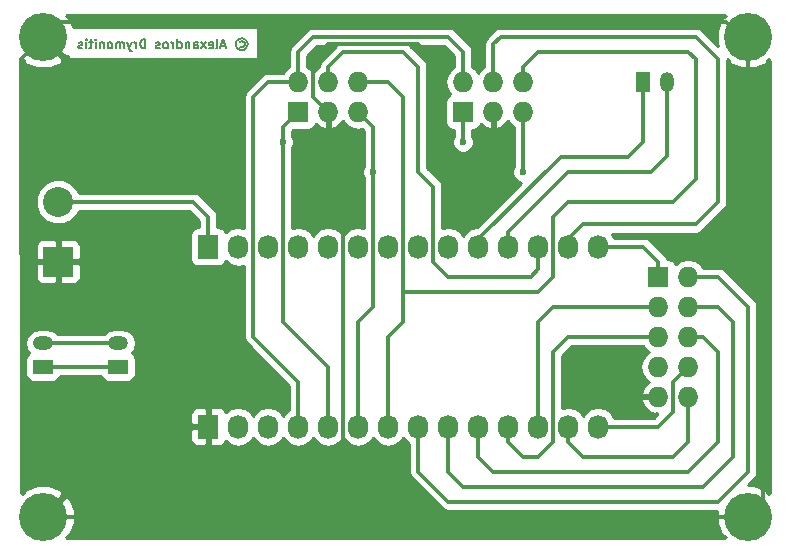
<source format=gbr>
G04 #@! TF.FileFunction,Copper,L2,Bot,Signal*
%FSLAX46Y46*%
G04 Gerber Fmt 4.6, Leading zero omitted, Abs format (unit mm)*
G04 Created by KiCad (PCBNEW 4.0.2+dfsg1-2~bpo8+1-stable) date Sun 16 Jul 2017 12:08:05 PM EEST*
%MOMM*%
G01*
G04 APERTURE LIST*
%ADD10C,0.050000*%
%ADD11C,0.190500*%
%ADD12R,1.727200X1.727200*%
%ADD13O,1.727200X1.727200*%
%ADD14R,1.727200X2.032000*%
%ADD15O,1.727200X2.032000*%
%ADD16R,1.200000X1.700000*%
%ADD17O,1.200000X1.700000*%
%ADD18R,1.700000X1.200000*%
%ADD19O,1.700000X1.200000*%
%ADD20C,4.064000*%
%ADD21R,2.540000X2.540000*%
%ADD22C,2.540000*%
%ADD23C,0.600000*%
%ADD24C,0.300000*%
%ADD25C,0.254000*%
G04 APERTURE END LIST*
D10*
D11*
X115733286Y-91839143D02*
X115805858Y-91802857D01*
X115951001Y-91802857D01*
X116023572Y-91839143D01*
X116096143Y-91911714D01*
X116132429Y-91984286D01*
X116132429Y-92129429D01*
X116096143Y-92202000D01*
X116023572Y-92274571D01*
X115951001Y-92310857D01*
X115805858Y-92310857D01*
X115733286Y-92274571D01*
X115878429Y-91548857D02*
X116059858Y-91585143D01*
X116241286Y-91694000D01*
X116350143Y-91875429D01*
X116386429Y-92056857D01*
X116350143Y-92238286D01*
X116241286Y-92419714D01*
X116059858Y-92528571D01*
X115878429Y-92564857D01*
X115697001Y-92528571D01*
X115515572Y-92419714D01*
X115406715Y-92238286D01*
X115370429Y-92056857D01*
X115406715Y-91875429D01*
X115515572Y-91694000D01*
X115697001Y-91585143D01*
X115878429Y-91548857D01*
X114499572Y-92202000D02*
X114136715Y-92202000D01*
X114572144Y-92419714D02*
X114318144Y-91657714D01*
X114064144Y-92419714D01*
X113701286Y-92419714D02*
X113773858Y-92383429D01*
X113810143Y-92310857D01*
X113810143Y-91657714D01*
X113120715Y-92383429D02*
X113193286Y-92419714D01*
X113338429Y-92419714D01*
X113411000Y-92383429D01*
X113447286Y-92310857D01*
X113447286Y-92020571D01*
X113411000Y-91948000D01*
X113338429Y-91911714D01*
X113193286Y-91911714D01*
X113120715Y-91948000D01*
X113084429Y-92020571D01*
X113084429Y-92093143D01*
X113447286Y-92165714D01*
X112830429Y-92419714D02*
X112431286Y-91911714D01*
X112830429Y-91911714D02*
X112431286Y-92419714D01*
X111814429Y-92419714D02*
X111814429Y-92020571D01*
X111850715Y-91948000D01*
X111923286Y-91911714D01*
X112068429Y-91911714D01*
X112141000Y-91948000D01*
X111814429Y-92383429D02*
X111887000Y-92419714D01*
X112068429Y-92419714D01*
X112141000Y-92383429D01*
X112177286Y-92310857D01*
X112177286Y-92238286D01*
X112141000Y-92165714D01*
X112068429Y-92129429D01*
X111887000Y-92129429D01*
X111814429Y-92093143D01*
X111451571Y-91911714D02*
X111451571Y-92419714D01*
X111451571Y-91984286D02*
X111415286Y-91948000D01*
X111342714Y-91911714D01*
X111233857Y-91911714D01*
X111161286Y-91948000D01*
X111125000Y-92020571D01*
X111125000Y-92419714D01*
X110435571Y-92419714D02*
X110435571Y-91657714D01*
X110435571Y-92383429D02*
X110508142Y-92419714D01*
X110653285Y-92419714D01*
X110725857Y-92383429D01*
X110762142Y-92347143D01*
X110798428Y-92274571D01*
X110798428Y-92056857D01*
X110762142Y-91984286D01*
X110725857Y-91948000D01*
X110653285Y-91911714D01*
X110508142Y-91911714D01*
X110435571Y-91948000D01*
X110072713Y-92419714D02*
X110072713Y-91911714D01*
X110072713Y-92056857D02*
X110036428Y-91984286D01*
X110000142Y-91948000D01*
X109927571Y-91911714D01*
X109854999Y-91911714D01*
X109492142Y-92419714D02*
X109564714Y-92383429D01*
X109600999Y-92347143D01*
X109637285Y-92274571D01*
X109637285Y-92056857D01*
X109600999Y-91984286D01*
X109564714Y-91948000D01*
X109492142Y-91911714D01*
X109383285Y-91911714D01*
X109310714Y-91948000D01*
X109274428Y-91984286D01*
X109238142Y-92056857D01*
X109238142Y-92274571D01*
X109274428Y-92347143D01*
X109310714Y-92383429D01*
X109383285Y-92419714D01*
X109492142Y-92419714D01*
X108947856Y-92383429D02*
X108875285Y-92419714D01*
X108730142Y-92419714D01*
X108657570Y-92383429D01*
X108621285Y-92310857D01*
X108621285Y-92274571D01*
X108657570Y-92202000D01*
X108730142Y-92165714D01*
X108838999Y-92165714D01*
X108911570Y-92129429D01*
X108947856Y-92056857D01*
X108947856Y-92020571D01*
X108911570Y-91948000D01*
X108838999Y-91911714D01*
X108730142Y-91911714D01*
X108657570Y-91948000D01*
X107714142Y-92419714D02*
X107714142Y-91657714D01*
X107532714Y-91657714D01*
X107423857Y-91694000D01*
X107351285Y-91766571D01*
X107315000Y-91839143D01*
X107278714Y-91984286D01*
X107278714Y-92093143D01*
X107315000Y-92238286D01*
X107351285Y-92310857D01*
X107423857Y-92383429D01*
X107532714Y-92419714D01*
X107714142Y-92419714D01*
X106952142Y-92419714D02*
X106952142Y-91911714D01*
X106952142Y-92056857D02*
X106915857Y-91984286D01*
X106879571Y-91948000D01*
X106807000Y-91911714D01*
X106734428Y-91911714D01*
X106553000Y-91911714D02*
X106371571Y-92419714D01*
X106190143Y-91911714D02*
X106371571Y-92419714D01*
X106444143Y-92601143D01*
X106480428Y-92637429D01*
X106553000Y-92673714D01*
X105899857Y-92419714D02*
X105899857Y-91911714D01*
X105899857Y-91984286D02*
X105863572Y-91948000D01*
X105791000Y-91911714D01*
X105682143Y-91911714D01*
X105609572Y-91948000D01*
X105573286Y-92020571D01*
X105573286Y-92419714D01*
X105573286Y-92020571D02*
X105537000Y-91948000D01*
X105464429Y-91911714D01*
X105355572Y-91911714D01*
X105283000Y-91948000D01*
X105246715Y-92020571D01*
X105246715Y-92419714D01*
X104775000Y-92419714D02*
X104847572Y-92383429D01*
X104883857Y-92347143D01*
X104920143Y-92274571D01*
X104920143Y-92056857D01*
X104883857Y-91984286D01*
X104847572Y-91948000D01*
X104775000Y-91911714D01*
X104666143Y-91911714D01*
X104593572Y-91948000D01*
X104557286Y-91984286D01*
X104521000Y-92056857D01*
X104521000Y-92274571D01*
X104557286Y-92347143D01*
X104593572Y-92383429D01*
X104666143Y-92419714D01*
X104775000Y-92419714D01*
X104194428Y-91911714D02*
X104194428Y-92419714D01*
X104194428Y-91984286D02*
X104158143Y-91948000D01*
X104085571Y-91911714D01*
X103976714Y-91911714D01*
X103904143Y-91948000D01*
X103867857Y-92020571D01*
X103867857Y-92419714D01*
X103504999Y-92419714D02*
X103504999Y-91911714D01*
X103504999Y-91657714D02*
X103541285Y-91694000D01*
X103504999Y-91730286D01*
X103468714Y-91694000D01*
X103504999Y-91657714D01*
X103504999Y-91730286D01*
X103251000Y-91911714D02*
X102960714Y-91911714D01*
X103142142Y-91657714D02*
X103142142Y-92310857D01*
X103105857Y-92383429D01*
X103033285Y-92419714D01*
X102960714Y-92419714D01*
X102706713Y-92419714D02*
X102706713Y-91911714D01*
X102706713Y-91657714D02*
X102742999Y-91694000D01*
X102706713Y-91730286D01*
X102670428Y-91694000D01*
X102706713Y-91657714D01*
X102706713Y-91730286D01*
X102380142Y-92383429D02*
X102307571Y-92419714D01*
X102162428Y-92419714D01*
X102089856Y-92383429D01*
X102053571Y-92310857D01*
X102053571Y-92274571D01*
X102089856Y-92202000D01*
X102162428Y-92165714D01*
X102271285Y-92165714D01*
X102343856Y-92129429D01*
X102380142Y-92056857D01*
X102380142Y-92020571D01*
X102343856Y-91948000D01*
X102271285Y-91911714D01*
X102162428Y-91911714D01*
X102089856Y-91948000D01*
D12*
X134620000Y-97790000D03*
D13*
X134620000Y-95250000D03*
X137160000Y-97790000D03*
X137160000Y-95250000D03*
X139700000Y-97790000D03*
X139700000Y-95250000D03*
D12*
X120650000Y-97790000D03*
D13*
X120650000Y-95250000D03*
X123190000Y-97790000D03*
X123190000Y-95250000D03*
X125730000Y-97790000D03*
X125730000Y-95250000D03*
D14*
X113030000Y-124460000D03*
D15*
X115570000Y-124460000D03*
X118110000Y-124460000D03*
X120650000Y-124460000D03*
X123190000Y-124460000D03*
X125730000Y-124460000D03*
X128270000Y-124460000D03*
X130810000Y-124460000D03*
X133350000Y-124460000D03*
X135890000Y-124460000D03*
X138430000Y-124460000D03*
X140970000Y-124460000D03*
X143510000Y-124460000D03*
X146050000Y-124460000D03*
D14*
X113030000Y-109220000D03*
D15*
X115570000Y-109220000D03*
X118110000Y-109220000D03*
X120650000Y-109220000D03*
X123190000Y-109220000D03*
X125730000Y-109220000D03*
X128270000Y-109220000D03*
X130810000Y-109220000D03*
X133350000Y-109220000D03*
X135890000Y-109220000D03*
X138430000Y-109220000D03*
X140970000Y-109220000D03*
X143510000Y-109220000D03*
X146050000Y-109220000D03*
D16*
X149860000Y-95250000D03*
D17*
X151860000Y-95250000D03*
D18*
X99060000Y-119380000D03*
D19*
X99060000Y-117380000D03*
D18*
X105410000Y-119380000D03*
D19*
X105410000Y-117380000D03*
D20*
X158750000Y-91440000D03*
X99060000Y-91440000D03*
X158750000Y-132080000D03*
X99060000Y-132080000D03*
D21*
X100330000Y-110490000D03*
D22*
X100330000Y-105410000D03*
D12*
X151130000Y-111760000D03*
D13*
X153670000Y-111760000D03*
X151130000Y-114300000D03*
X153670000Y-114300000D03*
X151130000Y-116840000D03*
X153670000Y-116840000D03*
X151130000Y-119380000D03*
X153670000Y-119380000D03*
X151130000Y-121920000D03*
X153670000Y-121920000D03*
D23*
X148590000Y-132080000D03*
X148590000Y-121920000D03*
X119380000Y-100330000D03*
X134620000Y-100330000D03*
X127000000Y-102870000D03*
X139700000Y-102870000D03*
D24*
X100330000Y-110490000D02*
X106680000Y-110490000D01*
X106680000Y-110490000D02*
X113030000Y-116840000D01*
X113030000Y-116840000D02*
X113030000Y-124460000D01*
X100330000Y-110490000D02*
X98425000Y-110490000D01*
X158750000Y-91440000D02*
X158750000Y-108585000D01*
X160020000Y-109855000D02*
X160020000Y-130810000D01*
X160020000Y-130810000D02*
X158750000Y-132080000D01*
X137160000Y-97790000D02*
X137160000Y-100330000D01*
X121920000Y-96520000D02*
X123190000Y-97790000D01*
X121920000Y-93345000D02*
X121920000Y-96520000D01*
X123190000Y-92075000D02*
X121920000Y-93345000D01*
X130810000Y-92075000D02*
X123190000Y-92075000D01*
X132080000Y-93345000D02*
X130810000Y-92075000D01*
X132080000Y-100330000D02*
X132080000Y-93345000D01*
X133350000Y-101600000D02*
X132080000Y-100330000D01*
X135890000Y-101600000D02*
X133350000Y-101600000D01*
X137160000Y-100330000D02*
X135890000Y-101600000D01*
X123190000Y-97790000D02*
X123190000Y-102235000D01*
X124460000Y-103505000D02*
X124460000Y-132080000D01*
X123190000Y-102235000D02*
X124460000Y-103505000D01*
X99060000Y-91440000D02*
X100330000Y-90170000D01*
X100330000Y-90170000D02*
X156845000Y-90170000D01*
X156845000Y-90170000D02*
X158115000Y-91440000D01*
X158115000Y-91440000D02*
X158750000Y-91440000D01*
X99060000Y-110490000D02*
X98425000Y-110490000D01*
X98425000Y-110490000D02*
X97790000Y-110490000D01*
X97155000Y-93345000D02*
X99060000Y-91440000D01*
X97155000Y-109855000D02*
X97155000Y-93345000D01*
X97790000Y-110490000D02*
X97155000Y-109855000D01*
X158750000Y-132080000D02*
X148590000Y-132080000D01*
X99060000Y-132080000D02*
X113030000Y-132080000D01*
X151130000Y-121920000D02*
X148590000Y-121920000D01*
X113030000Y-132080000D02*
X113030000Y-124460000D01*
X148590000Y-132080000D02*
X124460000Y-132080000D01*
X124460000Y-132080000D02*
X113030000Y-132080000D01*
X158750000Y-108585000D02*
X160020000Y-109855000D01*
X151130000Y-111760000D02*
X151130000Y-110490000D01*
X149860000Y-109220000D02*
X146050000Y-109220000D01*
X151130000Y-110490000D02*
X149860000Y-109220000D01*
X130810000Y-128270000D02*
X130810000Y-124460000D01*
X133350000Y-130810000D02*
X130810000Y-128270000D01*
X156210000Y-130810000D02*
X133350000Y-130810000D01*
X158750000Y-128270000D02*
X156210000Y-130810000D01*
X158750000Y-114300000D02*
X158750000Y-128270000D01*
X153670000Y-111760000D02*
X156210000Y-111760000D01*
X156210000Y-111760000D02*
X158750000Y-114300000D01*
X151130000Y-114300000D02*
X142240000Y-114300000D01*
X142240000Y-114300000D02*
X140970000Y-115570000D01*
X140970000Y-115570000D02*
X140970000Y-124460000D01*
X153670000Y-114300000D02*
X156210000Y-114300000D01*
X133350000Y-128270000D02*
X133350000Y-124460000D01*
X134620000Y-129540000D02*
X133350000Y-128270000D01*
X154940000Y-129540000D02*
X134620000Y-129540000D01*
X157480000Y-127000000D02*
X154940000Y-129540000D01*
X157480000Y-115570000D02*
X157480000Y-127000000D01*
X156210000Y-114300000D02*
X157480000Y-115570000D01*
X151130000Y-116840000D02*
X143510000Y-116840000D01*
X138430000Y-125730000D02*
X138430000Y-124460000D01*
X139700000Y-127000000D02*
X138430000Y-125730000D01*
X140970000Y-127000000D02*
X139700000Y-127000000D01*
X142240000Y-125730000D02*
X140970000Y-127000000D01*
X142240000Y-118110000D02*
X142240000Y-125730000D01*
X143510000Y-116840000D02*
X142240000Y-118110000D01*
X153670000Y-116840000D02*
X154940000Y-116840000D01*
X135890000Y-127000000D02*
X135890000Y-124460000D01*
X137160000Y-128270000D02*
X135890000Y-127000000D01*
X153670000Y-128270000D02*
X137160000Y-128270000D01*
X156210000Y-125730000D02*
X153670000Y-128270000D01*
X156210000Y-118110000D02*
X156210000Y-125730000D01*
X154940000Y-116840000D02*
X156210000Y-118110000D01*
X153670000Y-119380000D02*
X152400000Y-120650000D01*
X151130000Y-124460000D02*
X146050000Y-124460000D01*
X152400000Y-123190000D02*
X151130000Y-124460000D01*
X152400000Y-120650000D02*
X152400000Y-123190000D01*
X153670000Y-121920000D02*
X153670000Y-125730000D01*
X143510000Y-125730000D02*
X143510000Y-124460000D01*
X144780000Y-127000000D02*
X143510000Y-125730000D01*
X152400000Y-127000000D02*
X144780000Y-127000000D01*
X153670000Y-125730000D02*
X152400000Y-127000000D01*
X134620000Y-97790000D02*
X134620000Y-100330000D01*
X119380000Y-100330000D02*
X119380000Y-99060000D01*
X119380000Y-99060000D02*
X120650000Y-97790000D01*
X123190000Y-124460000D02*
X123190000Y-119380000D01*
X119380000Y-99060000D02*
X120650000Y-97790000D01*
X119380000Y-115570000D02*
X119380000Y-99060000D01*
X123190000Y-119380000D02*
X119380000Y-115570000D01*
X120650000Y-95250000D02*
X120650000Y-92710000D01*
X134620000Y-92710000D02*
X134620000Y-95250000D01*
X133350000Y-91440000D02*
X134620000Y-92710000D01*
X121920000Y-91440000D02*
X133350000Y-91440000D01*
X120650000Y-92710000D02*
X121920000Y-91440000D01*
X120650000Y-124460000D02*
X120650000Y-120650000D01*
X118110000Y-95250000D02*
X120650000Y-95250000D01*
X116840000Y-96520000D02*
X118110000Y-95250000D01*
X116840000Y-116840000D02*
X116840000Y-96520000D01*
X120650000Y-120650000D02*
X116840000Y-116840000D01*
X156210000Y-105410000D02*
X156210000Y-93345000D01*
X137160000Y-95250000D02*
X137160000Y-92075000D01*
X137795000Y-91440000D02*
X137160000Y-92075000D01*
X154305000Y-107315000D02*
X156210000Y-105410000D01*
X144780000Y-107315000D02*
X154305000Y-107315000D01*
X144780000Y-107315000D02*
X143510000Y-108585000D01*
X154305000Y-91440000D02*
X137795000Y-91440000D01*
X156210000Y-93345000D02*
X154305000Y-91440000D01*
X143510000Y-109220000D02*
X143510000Y-108585000D01*
X139700000Y-97790000D02*
X139700000Y-102870000D01*
X127000000Y-102870000D02*
X127000000Y-114300000D01*
X127000000Y-114300000D02*
X125730000Y-115570000D01*
X125730000Y-115570000D02*
X125730000Y-124460000D01*
X125730000Y-124460000D02*
X125730000Y-115570000D01*
X127000000Y-99060000D02*
X125730000Y-97790000D01*
X127000000Y-114300000D02*
X127000000Y-99060000D01*
X125730000Y-115570000D02*
X127000000Y-114300000D01*
X139700000Y-95250000D02*
X139700000Y-93980000D01*
X142240000Y-111760000D02*
X140970000Y-113030000D01*
X140970000Y-113030000D02*
X129540000Y-113030000D01*
X129540000Y-113030000D02*
X129540000Y-115570000D01*
X142240000Y-106680000D02*
X142240000Y-111760000D01*
X143510000Y-105410000D02*
X142240000Y-106680000D01*
X152400000Y-105410000D02*
X143510000Y-105410000D01*
X154305000Y-103505000D02*
X152400000Y-105410000D01*
X154305000Y-93345000D02*
X154305000Y-103505000D01*
X153670000Y-92710000D02*
X154305000Y-93345000D01*
X140970000Y-92710000D02*
X153670000Y-92710000D01*
X139700000Y-93980000D02*
X140970000Y-92710000D01*
X129540000Y-115570000D02*
X128270000Y-116840000D01*
X128270000Y-116840000D02*
X128270000Y-124460000D01*
X128270000Y-124460000D02*
X128270000Y-116840000D01*
X128270000Y-95250000D02*
X125730000Y-95250000D01*
X129540000Y-96520000D02*
X128270000Y-95250000D01*
X129540000Y-115570000D02*
X129540000Y-96520000D01*
X128270000Y-116840000D02*
X129540000Y-115570000D01*
X140335000Y-111760000D02*
X140970000Y-111125000D01*
X133350000Y-111760000D02*
X140335000Y-111760000D01*
X132080000Y-110490000D02*
X133350000Y-111760000D01*
X132080000Y-104140000D02*
X132080000Y-110490000D01*
X123190000Y-93980000D02*
X124460000Y-92710000D01*
X124460000Y-92710000D02*
X129540000Y-92710000D01*
X129540000Y-92710000D02*
X130810000Y-93980000D01*
X130810000Y-93980000D02*
X130810000Y-102870000D01*
X130810000Y-102870000D02*
X132080000Y-104140000D01*
X123190000Y-95250000D02*
X123190000Y-93980000D01*
X140970000Y-111125000D02*
X140970000Y-109220000D01*
X100330000Y-105410000D02*
X111760000Y-105410000D01*
X113030000Y-106680000D02*
X113030000Y-109220000D01*
X111760000Y-105410000D02*
X113030000Y-106680000D01*
X142875000Y-101600000D02*
X148590000Y-101600000D01*
X148590000Y-101600000D02*
X149860000Y-100330000D01*
X135890000Y-109220000D02*
X135890000Y-108585000D01*
X135890000Y-108585000D02*
X142875000Y-101600000D01*
X149860000Y-100330000D02*
X149860000Y-95250000D01*
X151860000Y-101505000D02*
X151860000Y-95250000D01*
X150495000Y-102870000D02*
X151860000Y-101505000D01*
X143510000Y-102870000D02*
X150495000Y-102870000D01*
X138430000Y-109220000D02*
X138430000Y-107950000D01*
X138430000Y-107950000D02*
X143510000Y-102870000D01*
X99060000Y-119380000D02*
X105410000Y-119380000D01*
X99060000Y-117380000D02*
X105410000Y-117380000D01*
D25*
G36*
X156851877Y-89721485D02*
X156477832Y-89946154D01*
X156079120Y-90929388D01*
X156087025Y-91990357D01*
X156172946Y-92197788D01*
X154860079Y-90884921D01*
X154605407Y-90714755D01*
X154305000Y-90655000D01*
X137795005Y-90655000D01*
X137795000Y-90654999D01*
X137494594Y-90714755D01*
X137239921Y-90884921D01*
X136604921Y-91519921D01*
X136434755Y-91774593D01*
X136392951Y-91984755D01*
X136375000Y-92075000D01*
X136375000Y-93977442D01*
X136100330Y-94160971D01*
X135890000Y-94475752D01*
X135679670Y-94160971D01*
X135405000Y-93977442D01*
X135405000Y-92710000D01*
X135345245Y-92409594D01*
X135345245Y-92409593D01*
X135175079Y-92154921D01*
X133905079Y-90884921D01*
X133650407Y-90714755D01*
X133350000Y-90655000D01*
X121920000Y-90655000D01*
X121619593Y-90714755D01*
X121364921Y-90884921D01*
X120094921Y-92154921D01*
X119924755Y-92409593D01*
X119924755Y-92409594D01*
X119865000Y-92710000D01*
X119865000Y-93977442D01*
X119590330Y-94160971D01*
X119387184Y-94465000D01*
X118110000Y-94465000D01*
X117809593Y-94524755D01*
X117554921Y-94694921D01*
X116284921Y-95964921D01*
X116114755Y-96219593D01*
X116114755Y-96219594D01*
X116055000Y-96520000D01*
X116055000Y-107633127D01*
X115570000Y-107536655D01*
X114996511Y-107650729D01*
X114510330Y-107975585D01*
X114500757Y-107989913D01*
X114496762Y-107968683D01*
X114357690Y-107752559D01*
X114145490Y-107607569D01*
X113893600Y-107556560D01*
X113815000Y-107556560D01*
X113815000Y-106680000D01*
X113755245Y-106379594D01*
X113755245Y-106379593D01*
X113585079Y-106124921D01*
X112315079Y-104854921D01*
X112060407Y-104684755D01*
X111760000Y-104625000D01*
X102066857Y-104625000D01*
X101945922Y-104332314D01*
X101410505Y-103795961D01*
X100710590Y-103505332D01*
X99952735Y-103504670D01*
X99252314Y-103794078D01*
X98715961Y-104329495D01*
X98425332Y-105029410D01*
X98424670Y-105787265D01*
X98714078Y-106487686D01*
X99249495Y-107024039D01*
X99949410Y-107314668D01*
X100707265Y-107315330D01*
X101407686Y-107025922D01*
X101944039Y-106490505D01*
X102066743Y-106195000D01*
X111434842Y-106195000D01*
X112245000Y-107005158D01*
X112245000Y-107556560D01*
X112166400Y-107556560D01*
X111931083Y-107600838D01*
X111714959Y-107739910D01*
X111569969Y-107952110D01*
X111518960Y-108204000D01*
X111518960Y-110236000D01*
X111563238Y-110471317D01*
X111702310Y-110687441D01*
X111914510Y-110832431D01*
X112166400Y-110883440D01*
X113893600Y-110883440D01*
X114128917Y-110839162D01*
X114345041Y-110700090D01*
X114490031Y-110487890D01*
X114498400Y-110446561D01*
X114510330Y-110464415D01*
X114996511Y-110789271D01*
X115570000Y-110903345D01*
X116055000Y-110806873D01*
X116055000Y-116840000D01*
X116114755Y-117140407D01*
X116284921Y-117395079D01*
X119865000Y-120975158D01*
X119865000Y-123032056D01*
X119590330Y-123215585D01*
X119380000Y-123530366D01*
X119169670Y-123215585D01*
X118683489Y-122890729D01*
X118110000Y-122776655D01*
X117536511Y-122890729D01*
X117050330Y-123215585D01*
X116840000Y-123530366D01*
X116629670Y-123215585D01*
X116143489Y-122890729D01*
X115570000Y-122776655D01*
X114996511Y-122890729D01*
X114510330Y-123215585D01*
X114495500Y-123237780D01*
X114431927Y-123084302D01*
X114253299Y-122905673D01*
X114019910Y-122809000D01*
X113315750Y-122809000D01*
X113157000Y-122967750D01*
X113157000Y-124333000D01*
X113177000Y-124333000D01*
X113177000Y-124587000D01*
X113157000Y-124587000D01*
X113157000Y-125952250D01*
X113315750Y-126111000D01*
X114019910Y-126111000D01*
X114253299Y-126014327D01*
X114431927Y-125835698D01*
X114495500Y-125682220D01*
X114510330Y-125704415D01*
X114996511Y-126029271D01*
X115570000Y-126143345D01*
X116143489Y-126029271D01*
X116629670Y-125704415D01*
X116840000Y-125389634D01*
X117050330Y-125704415D01*
X117536511Y-126029271D01*
X118110000Y-126143345D01*
X118683489Y-126029271D01*
X119169670Y-125704415D01*
X119380000Y-125389634D01*
X119590330Y-125704415D01*
X120076511Y-126029271D01*
X120650000Y-126143345D01*
X121223489Y-126029271D01*
X121709670Y-125704415D01*
X121920000Y-125389634D01*
X122130330Y-125704415D01*
X122616511Y-126029271D01*
X123190000Y-126143345D01*
X123763489Y-126029271D01*
X124249670Y-125704415D01*
X124460000Y-125389634D01*
X124670330Y-125704415D01*
X125156511Y-126029271D01*
X125730000Y-126143345D01*
X126303489Y-126029271D01*
X126789670Y-125704415D01*
X127000000Y-125389634D01*
X127210330Y-125704415D01*
X127696511Y-126029271D01*
X128270000Y-126143345D01*
X128843489Y-126029271D01*
X129329670Y-125704415D01*
X129540000Y-125389634D01*
X129750330Y-125704415D01*
X130025000Y-125887944D01*
X130025000Y-128270000D01*
X130084755Y-128570407D01*
X130254921Y-128825079D01*
X132794921Y-131365079D01*
X133049594Y-131535245D01*
X133350000Y-131595000D01*
X156079311Y-131595000D01*
X156087025Y-132630357D01*
X156477832Y-133573846D01*
X156851877Y-133798515D01*
X156740392Y-133910000D01*
X101069608Y-133910000D01*
X100958123Y-133798515D01*
X101332168Y-133573846D01*
X101730880Y-132590612D01*
X101722975Y-131529643D01*
X101332168Y-130586154D01*
X100958121Y-130361484D01*
X99239605Y-132080000D01*
X99253748Y-132094143D01*
X99074143Y-132273748D01*
X99060000Y-132259605D01*
X99045858Y-132273748D01*
X98866253Y-132094143D01*
X98880395Y-132080000D01*
X98866253Y-132065858D01*
X99045858Y-131886253D01*
X99060000Y-131900395D01*
X100778516Y-130181879D01*
X100553846Y-129807832D01*
X99570612Y-129409120D01*
X98509643Y-129417025D01*
X97566154Y-129807832D01*
X97341485Y-130181877D01*
X97230000Y-130070392D01*
X97230000Y-124745750D01*
X111531400Y-124745750D01*
X111531400Y-125602309D01*
X111628073Y-125835698D01*
X111806701Y-126014327D01*
X112040090Y-126111000D01*
X112744250Y-126111000D01*
X112903000Y-125952250D01*
X112903000Y-124587000D01*
X111690150Y-124587000D01*
X111531400Y-124745750D01*
X97230000Y-124745750D01*
X97230000Y-123317691D01*
X111531400Y-123317691D01*
X111531400Y-124174250D01*
X111690150Y-124333000D01*
X112903000Y-124333000D01*
X112903000Y-122967750D01*
X112744250Y-122809000D01*
X112040090Y-122809000D01*
X111806701Y-122905673D01*
X111628073Y-123084302D01*
X111531400Y-123317691D01*
X97230000Y-123317691D01*
X97230000Y-117380000D01*
X97545907Y-117380000D01*
X97639916Y-117852614D01*
X97892074Y-118229996D01*
X97758559Y-118315910D01*
X97613569Y-118528110D01*
X97562560Y-118780000D01*
X97562560Y-119980000D01*
X97606838Y-120215317D01*
X97745910Y-120431441D01*
X97958110Y-120576431D01*
X98210000Y-120627440D01*
X99910000Y-120627440D01*
X100145317Y-120583162D01*
X100361441Y-120444090D01*
X100506431Y-120231890D01*
X100519977Y-120165000D01*
X103947370Y-120165000D01*
X103956838Y-120215317D01*
X104095910Y-120431441D01*
X104308110Y-120576431D01*
X104560000Y-120627440D01*
X106260000Y-120627440D01*
X106495317Y-120583162D01*
X106711441Y-120444090D01*
X106856431Y-120231890D01*
X106907440Y-119980000D01*
X106907440Y-118780000D01*
X106863162Y-118544683D01*
X106724090Y-118328559D01*
X106578525Y-118229099D01*
X106830084Y-117852614D01*
X106924093Y-117380000D01*
X106830084Y-116907386D01*
X106562370Y-116506723D01*
X106161707Y-116239009D01*
X105689093Y-116145000D01*
X105130907Y-116145000D01*
X104658293Y-116239009D01*
X104257630Y-116506723D01*
X104198645Y-116595000D01*
X100271355Y-116595000D01*
X100212370Y-116506723D01*
X99811707Y-116239009D01*
X99339093Y-116145000D01*
X98780907Y-116145000D01*
X98308293Y-116239009D01*
X97907630Y-116506723D01*
X97639916Y-116907386D01*
X97545907Y-117380000D01*
X97230000Y-117380000D01*
X97230000Y-110775750D01*
X98425000Y-110775750D01*
X98425000Y-111886309D01*
X98521673Y-112119698D01*
X98700301Y-112298327D01*
X98933690Y-112395000D01*
X100044250Y-112395000D01*
X100203000Y-112236250D01*
X100203000Y-110617000D01*
X100457000Y-110617000D01*
X100457000Y-112236250D01*
X100615750Y-112395000D01*
X101726310Y-112395000D01*
X101959699Y-112298327D01*
X102138327Y-112119698D01*
X102235000Y-111886309D01*
X102235000Y-110775750D01*
X102076250Y-110617000D01*
X100457000Y-110617000D01*
X100203000Y-110617000D01*
X98583750Y-110617000D01*
X98425000Y-110775750D01*
X97230000Y-110775750D01*
X97230000Y-109093691D01*
X98425000Y-109093691D01*
X98425000Y-110204250D01*
X98583750Y-110363000D01*
X100203000Y-110363000D01*
X100203000Y-108743750D01*
X100457000Y-108743750D01*
X100457000Y-110363000D01*
X102076250Y-110363000D01*
X102235000Y-110204250D01*
X102235000Y-109093691D01*
X102138327Y-108860302D01*
X101959699Y-108681673D01*
X101726310Y-108585000D01*
X100615750Y-108585000D01*
X100457000Y-108743750D01*
X100203000Y-108743750D01*
X100044250Y-108585000D01*
X98933690Y-108585000D01*
X98700301Y-108681673D01*
X98521673Y-108860302D01*
X98425000Y-109093691D01*
X97230000Y-109093691D01*
X97230000Y-93449608D01*
X97341485Y-93338123D01*
X97566154Y-93712168D01*
X98549388Y-94110880D01*
X99610357Y-94102975D01*
X100553846Y-93712168D01*
X100778516Y-93338121D01*
X99060000Y-91619605D01*
X99045858Y-91633748D01*
X98866253Y-91454143D01*
X98880395Y-91440000D01*
X98866253Y-91425858D01*
X99045858Y-91246253D01*
X99060000Y-91260395D01*
X99074143Y-91246253D01*
X99253748Y-91425858D01*
X99239605Y-91440000D01*
X100958121Y-93158516D01*
X101178178Y-93026340D01*
X101178178Y-93338650D01*
X117261822Y-93338650D01*
X117261822Y-90620850D01*
X101611637Y-90620850D01*
X101332168Y-89946154D01*
X100958123Y-89721485D01*
X101069608Y-89610000D01*
X156740392Y-89610000D01*
X156851877Y-89721485D01*
X156851877Y-89721485D01*
G37*
X156851877Y-89721485D02*
X156477832Y-89946154D01*
X156079120Y-90929388D01*
X156087025Y-91990357D01*
X156172946Y-92197788D01*
X154860079Y-90884921D01*
X154605407Y-90714755D01*
X154305000Y-90655000D01*
X137795005Y-90655000D01*
X137795000Y-90654999D01*
X137494594Y-90714755D01*
X137239921Y-90884921D01*
X136604921Y-91519921D01*
X136434755Y-91774593D01*
X136392951Y-91984755D01*
X136375000Y-92075000D01*
X136375000Y-93977442D01*
X136100330Y-94160971D01*
X135890000Y-94475752D01*
X135679670Y-94160971D01*
X135405000Y-93977442D01*
X135405000Y-92710000D01*
X135345245Y-92409594D01*
X135345245Y-92409593D01*
X135175079Y-92154921D01*
X133905079Y-90884921D01*
X133650407Y-90714755D01*
X133350000Y-90655000D01*
X121920000Y-90655000D01*
X121619593Y-90714755D01*
X121364921Y-90884921D01*
X120094921Y-92154921D01*
X119924755Y-92409593D01*
X119924755Y-92409594D01*
X119865000Y-92710000D01*
X119865000Y-93977442D01*
X119590330Y-94160971D01*
X119387184Y-94465000D01*
X118110000Y-94465000D01*
X117809593Y-94524755D01*
X117554921Y-94694921D01*
X116284921Y-95964921D01*
X116114755Y-96219593D01*
X116114755Y-96219594D01*
X116055000Y-96520000D01*
X116055000Y-107633127D01*
X115570000Y-107536655D01*
X114996511Y-107650729D01*
X114510330Y-107975585D01*
X114500757Y-107989913D01*
X114496762Y-107968683D01*
X114357690Y-107752559D01*
X114145490Y-107607569D01*
X113893600Y-107556560D01*
X113815000Y-107556560D01*
X113815000Y-106680000D01*
X113755245Y-106379594D01*
X113755245Y-106379593D01*
X113585079Y-106124921D01*
X112315079Y-104854921D01*
X112060407Y-104684755D01*
X111760000Y-104625000D01*
X102066857Y-104625000D01*
X101945922Y-104332314D01*
X101410505Y-103795961D01*
X100710590Y-103505332D01*
X99952735Y-103504670D01*
X99252314Y-103794078D01*
X98715961Y-104329495D01*
X98425332Y-105029410D01*
X98424670Y-105787265D01*
X98714078Y-106487686D01*
X99249495Y-107024039D01*
X99949410Y-107314668D01*
X100707265Y-107315330D01*
X101407686Y-107025922D01*
X101944039Y-106490505D01*
X102066743Y-106195000D01*
X111434842Y-106195000D01*
X112245000Y-107005158D01*
X112245000Y-107556560D01*
X112166400Y-107556560D01*
X111931083Y-107600838D01*
X111714959Y-107739910D01*
X111569969Y-107952110D01*
X111518960Y-108204000D01*
X111518960Y-110236000D01*
X111563238Y-110471317D01*
X111702310Y-110687441D01*
X111914510Y-110832431D01*
X112166400Y-110883440D01*
X113893600Y-110883440D01*
X114128917Y-110839162D01*
X114345041Y-110700090D01*
X114490031Y-110487890D01*
X114498400Y-110446561D01*
X114510330Y-110464415D01*
X114996511Y-110789271D01*
X115570000Y-110903345D01*
X116055000Y-110806873D01*
X116055000Y-116840000D01*
X116114755Y-117140407D01*
X116284921Y-117395079D01*
X119865000Y-120975158D01*
X119865000Y-123032056D01*
X119590330Y-123215585D01*
X119380000Y-123530366D01*
X119169670Y-123215585D01*
X118683489Y-122890729D01*
X118110000Y-122776655D01*
X117536511Y-122890729D01*
X117050330Y-123215585D01*
X116840000Y-123530366D01*
X116629670Y-123215585D01*
X116143489Y-122890729D01*
X115570000Y-122776655D01*
X114996511Y-122890729D01*
X114510330Y-123215585D01*
X114495500Y-123237780D01*
X114431927Y-123084302D01*
X114253299Y-122905673D01*
X114019910Y-122809000D01*
X113315750Y-122809000D01*
X113157000Y-122967750D01*
X113157000Y-124333000D01*
X113177000Y-124333000D01*
X113177000Y-124587000D01*
X113157000Y-124587000D01*
X113157000Y-125952250D01*
X113315750Y-126111000D01*
X114019910Y-126111000D01*
X114253299Y-126014327D01*
X114431927Y-125835698D01*
X114495500Y-125682220D01*
X114510330Y-125704415D01*
X114996511Y-126029271D01*
X115570000Y-126143345D01*
X116143489Y-126029271D01*
X116629670Y-125704415D01*
X116840000Y-125389634D01*
X117050330Y-125704415D01*
X117536511Y-126029271D01*
X118110000Y-126143345D01*
X118683489Y-126029271D01*
X119169670Y-125704415D01*
X119380000Y-125389634D01*
X119590330Y-125704415D01*
X120076511Y-126029271D01*
X120650000Y-126143345D01*
X121223489Y-126029271D01*
X121709670Y-125704415D01*
X121920000Y-125389634D01*
X122130330Y-125704415D01*
X122616511Y-126029271D01*
X123190000Y-126143345D01*
X123763489Y-126029271D01*
X124249670Y-125704415D01*
X124460000Y-125389634D01*
X124670330Y-125704415D01*
X125156511Y-126029271D01*
X125730000Y-126143345D01*
X126303489Y-126029271D01*
X126789670Y-125704415D01*
X127000000Y-125389634D01*
X127210330Y-125704415D01*
X127696511Y-126029271D01*
X128270000Y-126143345D01*
X128843489Y-126029271D01*
X129329670Y-125704415D01*
X129540000Y-125389634D01*
X129750330Y-125704415D01*
X130025000Y-125887944D01*
X130025000Y-128270000D01*
X130084755Y-128570407D01*
X130254921Y-128825079D01*
X132794921Y-131365079D01*
X133049594Y-131535245D01*
X133350000Y-131595000D01*
X156079311Y-131595000D01*
X156087025Y-132630357D01*
X156477832Y-133573846D01*
X156851877Y-133798515D01*
X156740392Y-133910000D01*
X101069608Y-133910000D01*
X100958123Y-133798515D01*
X101332168Y-133573846D01*
X101730880Y-132590612D01*
X101722975Y-131529643D01*
X101332168Y-130586154D01*
X100958121Y-130361484D01*
X99239605Y-132080000D01*
X99253748Y-132094143D01*
X99074143Y-132273748D01*
X99060000Y-132259605D01*
X99045858Y-132273748D01*
X98866253Y-132094143D01*
X98880395Y-132080000D01*
X98866253Y-132065858D01*
X99045858Y-131886253D01*
X99060000Y-131900395D01*
X100778516Y-130181879D01*
X100553846Y-129807832D01*
X99570612Y-129409120D01*
X98509643Y-129417025D01*
X97566154Y-129807832D01*
X97341485Y-130181877D01*
X97230000Y-130070392D01*
X97230000Y-124745750D01*
X111531400Y-124745750D01*
X111531400Y-125602309D01*
X111628073Y-125835698D01*
X111806701Y-126014327D01*
X112040090Y-126111000D01*
X112744250Y-126111000D01*
X112903000Y-125952250D01*
X112903000Y-124587000D01*
X111690150Y-124587000D01*
X111531400Y-124745750D01*
X97230000Y-124745750D01*
X97230000Y-123317691D01*
X111531400Y-123317691D01*
X111531400Y-124174250D01*
X111690150Y-124333000D01*
X112903000Y-124333000D01*
X112903000Y-122967750D01*
X112744250Y-122809000D01*
X112040090Y-122809000D01*
X111806701Y-122905673D01*
X111628073Y-123084302D01*
X111531400Y-123317691D01*
X97230000Y-123317691D01*
X97230000Y-117380000D01*
X97545907Y-117380000D01*
X97639916Y-117852614D01*
X97892074Y-118229996D01*
X97758559Y-118315910D01*
X97613569Y-118528110D01*
X97562560Y-118780000D01*
X97562560Y-119980000D01*
X97606838Y-120215317D01*
X97745910Y-120431441D01*
X97958110Y-120576431D01*
X98210000Y-120627440D01*
X99910000Y-120627440D01*
X100145317Y-120583162D01*
X100361441Y-120444090D01*
X100506431Y-120231890D01*
X100519977Y-120165000D01*
X103947370Y-120165000D01*
X103956838Y-120215317D01*
X104095910Y-120431441D01*
X104308110Y-120576431D01*
X104560000Y-120627440D01*
X106260000Y-120627440D01*
X106495317Y-120583162D01*
X106711441Y-120444090D01*
X106856431Y-120231890D01*
X106907440Y-119980000D01*
X106907440Y-118780000D01*
X106863162Y-118544683D01*
X106724090Y-118328559D01*
X106578525Y-118229099D01*
X106830084Y-117852614D01*
X106924093Y-117380000D01*
X106830084Y-116907386D01*
X106562370Y-116506723D01*
X106161707Y-116239009D01*
X105689093Y-116145000D01*
X105130907Y-116145000D01*
X104658293Y-116239009D01*
X104257630Y-116506723D01*
X104198645Y-116595000D01*
X100271355Y-116595000D01*
X100212370Y-116506723D01*
X99811707Y-116239009D01*
X99339093Y-116145000D01*
X98780907Y-116145000D01*
X98308293Y-116239009D01*
X97907630Y-116506723D01*
X97639916Y-116907386D01*
X97545907Y-117380000D01*
X97230000Y-117380000D01*
X97230000Y-110775750D01*
X98425000Y-110775750D01*
X98425000Y-111886309D01*
X98521673Y-112119698D01*
X98700301Y-112298327D01*
X98933690Y-112395000D01*
X100044250Y-112395000D01*
X100203000Y-112236250D01*
X100203000Y-110617000D01*
X100457000Y-110617000D01*
X100457000Y-112236250D01*
X100615750Y-112395000D01*
X101726310Y-112395000D01*
X101959699Y-112298327D01*
X102138327Y-112119698D01*
X102235000Y-111886309D01*
X102235000Y-110775750D01*
X102076250Y-110617000D01*
X100457000Y-110617000D01*
X100203000Y-110617000D01*
X98583750Y-110617000D01*
X98425000Y-110775750D01*
X97230000Y-110775750D01*
X97230000Y-109093691D01*
X98425000Y-109093691D01*
X98425000Y-110204250D01*
X98583750Y-110363000D01*
X100203000Y-110363000D01*
X100203000Y-108743750D01*
X100457000Y-108743750D01*
X100457000Y-110363000D01*
X102076250Y-110363000D01*
X102235000Y-110204250D01*
X102235000Y-109093691D01*
X102138327Y-108860302D01*
X101959699Y-108681673D01*
X101726310Y-108585000D01*
X100615750Y-108585000D01*
X100457000Y-108743750D01*
X100203000Y-108743750D01*
X100044250Y-108585000D01*
X98933690Y-108585000D01*
X98700301Y-108681673D01*
X98521673Y-108860302D01*
X98425000Y-109093691D01*
X97230000Y-109093691D01*
X97230000Y-93449608D01*
X97341485Y-93338123D01*
X97566154Y-93712168D01*
X98549388Y-94110880D01*
X99610357Y-94102975D01*
X100553846Y-93712168D01*
X100778516Y-93338121D01*
X99060000Y-91619605D01*
X99045858Y-91633748D01*
X98866253Y-91454143D01*
X98880395Y-91440000D01*
X98866253Y-91425858D01*
X99045858Y-91246253D01*
X99060000Y-91260395D01*
X99074143Y-91246253D01*
X99253748Y-91425858D01*
X99239605Y-91440000D01*
X100958121Y-93158516D01*
X101178178Y-93026340D01*
X101178178Y-93338650D01*
X117261822Y-93338650D01*
X117261822Y-90620850D01*
X101611637Y-90620850D01*
X101332168Y-89946154D01*
X100958123Y-89721485D01*
X101069608Y-89610000D01*
X156740392Y-89610000D01*
X156851877Y-89721485D01*
G36*
X158943748Y-132065858D02*
X158929605Y-132080000D01*
X158943748Y-132094143D01*
X158764143Y-132273748D01*
X158750000Y-132259605D01*
X158735858Y-132273748D01*
X158556253Y-132094143D01*
X158570395Y-132080000D01*
X158556253Y-132065858D01*
X158735858Y-131886253D01*
X158750000Y-131900395D01*
X158764143Y-131886253D01*
X158943748Y-132065858D01*
X158943748Y-132065858D01*
G37*
X158943748Y-132065858D02*
X158929605Y-132080000D01*
X158943748Y-132094143D01*
X158764143Y-132273748D01*
X158750000Y-132259605D01*
X158735858Y-132273748D01*
X158556253Y-132094143D01*
X158570395Y-132080000D01*
X158556253Y-132065858D01*
X158735858Y-131886253D01*
X158750000Y-131900395D01*
X158764143Y-131886253D01*
X158943748Y-132065858D01*
G36*
X160580000Y-93449608D02*
X160580000Y-130070392D01*
X160468515Y-130181877D01*
X160243846Y-129807832D01*
X159260612Y-129409120D01*
X158716988Y-129413170D01*
X159305079Y-128825079D01*
X159475244Y-128570407D01*
X159475245Y-128570406D01*
X159535000Y-128270000D01*
X159535000Y-114300000D01*
X159475245Y-113999594D01*
X159305079Y-113744921D01*
X156765079Y-111204921D01*
X156510407Y-111034755D01*
X156210000Y-110975000D01*
X154932816Y-110975000D01*
X154729670Y-110670971D01*
X154243489Y-110346115D01*
X153670000Y-110232041D01*
X153096511Y-110346115D01*
X152610330Y-110670971D01*
X152601195Y-110684642D01*
X152596762Y-110661083D01*
X152457690Y-110444959D01*
X152245490Y-110299969D01*
X151993600Y-110248960D01*
X151867054Y-110248960D01*
X151855245Y-110189594D01*
X151855245Y-110189593D01*
X151685079Y-109934921D01*
X150415079Y-108664921D01*
X150160407Y-108494755D01*
X149860000Y-108435000D01*
X147416642Y-108435000D01*
X147192802Y-108100000D01*
X154305000Y-108100000D01*
X154605407Y-108040245D01*
X154860079Y-107870079D01*
X156765079Y-105965079D01*
X156935245Y-105710406D01*
X156995000Y-105410000D01*
X156995000Y-93374608D01*
X157031485Y-93338123D01*
X157256154Y-93712168D01*
X158239388Y-94110880D01*
X159300357Y-94102975D01*
X160243846Y-93712168D01*
X160468515Y-93338123D01*
X160580000Y-93449608D01*
X160580000Y-93449608D01*
G37*
X160580000Y-93449608D02*
X160580000Y-130070392D01*
X160468515Y-130181877D01*
X160243846Y-129807832D01*
X159260612Y-129409120D01*
X158716988Y-129413170D01*
X159305079Y-128825079D01*
X159475244Y-128570407D01*
X159475245Y-128570406D01*
X159535000Y-128270000D01*
X159535000Y-114300000D01*
X159475245Y-113999594D01*
X159305079Y-113744921D01*
X156765079Y-111204921D01*
X156510407Y-111034755D01*
X156210000Y-110975000D01*
X154932816Y-110975000D01*
X154729670Y-110670971D01*
X154243489Y-110346115D01*
X153670000Y-110232041D01*
X153096511Y-110346115D01*
X152610330Y-110670971D01*
X152601195Y-110684642D01*
X152596762Y-110661083D01*
X152457690Y-110444959D01*
X152245490Y-110299969D01*
X151993600Y-110248960D01*
X151867054Y-110248960D01*
X151855245Y-110189594D01*
X151855245Y-110189593D01*
X151685079Y-109934921D01*
X150415079Y-108664921D01*
X150160407Y-108494755D01*
X149860000Y-108435000D01*
X147416642Y-108435000D01*
X147192802Y-108100000D01*
X154305000Y-108100000D01*
X154605407Y-108040245D01*
X154860079Y-107870079D01*
X156765079Y-105965079D01*
X156935245Y-105710406D01*
X156995000Y-105410000D01*
X156995000Y-93374608D01*
X157031485Y-93338123D01*
X157256154Y-93712168D01*
X158239388Y-94110880D01*
X159300357Y-94102975D01*
X160243846Y-93712168D01*
X160468515Y-93338123D01*
X160580000Y-93449608D01*
G36*
X150070330Y-117929029D02*
X150341172Y-118110000D01*
X150070330Y-118290971D01*
X149745474Y-118777152D01*
X149631400Y-119350641D01*
X149631400Y-119409359D01*
X149745474Y-119982848D01*
X150070330Y-120469029D01*
X150341161Y-120649992D01*
X149923179Y-121031510D01*
X149675032Y-121560973D01*
X149795531Y-121793000D01*
X151003000Y-121793000D01*
X151003000Y-121773000D01*
X151257000Y-121773000D01*
X151257000Y-121793000D01*
X151277000Y-121793000D01*
X151277000Y-122047000D01*
X151257000Y-122047000D01*
X151257000Y-122067000D01*
X151003000Y-122067000D01*
X151003000Y-122047000D01*
X149795531Y-122047000D01*
X149675032Y-122279027D01*
X149923179Y-122808490D01*
X150355053Y-123202688D01*
X150770974Y-123374958D01*
X151002998Y-123253818D01*
X151002998Y-123418600D01*
X151061242Y-123418600D01*
X150804842Y-123675000D01*
X147416642Y-123675000D01*
X147109670Y-123215585D01*
X146623489Y-122890729D01*
X146050000Y-122776655D01*
X145476511Y-122890729D01*
X144990330Y-123215585D01*
X144780000Y-123530366D01*
X144569670Y-123215585D01*
X144083489Y-122890729D01*
X143510000Y-122776655D01*
X143025000Y-122873127D01*
X143025000Y-118435158D01*
X143835158Y-117625000D01*
X149867184Y-117625000D01*
X150070330Y-117929029D01*
X150070330Y-117929029D01*
G37*
X150070330Y-117929029D02*
X150341172Y-118110000D01*
X150070330Y-118290971D01*
X149745474Y-118777152D01*
X149631400Y-119350641D01*
X149631400Y-119409359D01*
X149745474Y-119982848D01*
X150070330Y-120469029D01*
X150341161Y-120649992D01*
X149923179Y-121031510D01*
X149675032Y-121560973D01*
X149795531Y-121793000D01*
X151003000Y-121793000D01*
X151003000Y-121773000D01*
X151257000Y-121773000D01*
X151257000Y-121793000D01*
X151277000Y-121793000D01*
X151277000Y-122047000D01*
X151257000Y-122047000D01*
X151257000Y-122067000D01*
X151003000Y-122067000D01*
X151003000Y-122047000D01*
X149795531Y-122047000D01*
X149675032Y-122279027D01*
X149923179Y-122808490D01*
X150355053Y-123202688D01*
X150770974Y-123374958D01*
X151002998Y-123253818D01*
X151002998Y-123418600D01*
X151061242Y-123418600D01*
X150804842Y-123675000D01*
X147416642Y-123675000D01*
X147109670Y-123215585D01*
X146623489Y-122890729D01*
X146050000Y-122776655D01*
X145476511Y-122890729D01*
X144990330Y-123215585D01*
X144780000Y-123530366D01*
X144569670Y-123215585D01*
X144083489Y-122890729D01*
X143510000Y-122776655D01*
X143025000Y-122873127D01*
X143025000Y-118435158D01*
X143835158Y-117625000D01*
X149867184Y-117625000D01*
X150070330Y-117929029D01*
G36*
X123317000Y-97663000D02*
X123337000Y-97663000D01*
X123337000Y-97917000D01*
X123317000Y-97917000D01*
X123317000Y-99123817D01*
X123549026Y-99244958D01*
X123964947Y-99072688D01*
X124396821Y-98678490D01*
X124454336Y-98555772D01*
X124670330Y-98879029D01*
X125156511Y-99203885D01*
X125730000Y-99317959D01*
X126078483Y-99248641D01*
X126215000Y-99385158D01*
X126215000Y-102332494D01*
X126207808Y-102339673D01*
X126065162Y-102683201D01*
X126064838Y-103055167D01*
X126206883Y-103398943D01*
X126215000Y-103407074D01*
X126215000Y-107633127D01*
X125730000Y-107536655D01*
X125156511Y-107650729D01*
X124670330Y-107975585D01*
X124460000Y-108290366D01*
X124249670Y-107975585D01*
X123763489Y-107650729D01*
X123190000Y-107536655D01*
X122616511Y-107650729D01*
X122130330Y-107975585D01*
X121920000Y-108290366D01*
X121709670Y-107975585D01*
X121223489Y-107650729D01*
X120650000Y-107536655D01*
X120165000Y-107633127D01*
X120165000Y-100867506D01*
X120172192Y-100860327D01*
X120314838Y-100516799D01*
X120315162Y-100144833D01*
X120173117Y-99801057D01*
X120165000Y-99792926D01*
X120165000Y-99385158D01*
X120249118Y-99301040D01*
X121513600Y-99301040D01*
X121748917Y-99256762D01*
X121965041Y-99117690D01*
X122110031Y-98905490D01*
X122129039Y-98811625D01*
X122415053Y-99072688D01*
X122830974Y-99244958D01*
X123063000Y-99123817D01*
X123063000Y-97917000D01*
X123043000Y-97917000D01*
X123043000Y-97663000D01*
X123063000Y-97663000D01*
X123063000Y-97643000D01*
X123317000Y-97643000D01*
X123317000Y-97663000D01*
X123317000Y-97663000D01*
G37*
X123317000Y-97663000D02*
X123337000Y-97663000D01*
X123337000Y-97917000D01*
X123317000Y-97917000D01*
X123317000Y-99123817D01*
X123549026Y-99244958D01*
X123964947Y-99072688D01*
X124396821Y-98678490D01*
X124454336Y-98555772D01*
X124670330Y-98879029D01*
X125156511Y-99203885D01*
X125730000Y-99317959D01*
X126078483Y-99248641D01*
X126215000Y-99385158D01*
X126215000Y-102332494D01*
X126207808Y-102339673D01*
X126065162Y-102683201D01*
X126064838Y-103055167D01*
X126206883Y-103398943D01*
X126215000Y-103407074D01*
X126215000Y-107633127D01*
X125730000Y-107536655D01*
X125156511Y-107650729D01*
X124670330Y-107975585D01*
X124460000Y-108290366D01*
X124249670Y-107975585D01*
X123763489Y-107650729D01*
X123190000Y-107536655D01*
X122616511Y-107650729D01*
X122130330Y-107975585D01*
X121920000Y-108290366D01*
X121709670Y-107975585D01*
X121223489Y-107650729D01*
X120650000Y-107536655D01*
X120165000Y-107633127D01*
X120165000Y-100867506D01*
X120172192Y-100860327D01*
X120314838Y-100516799D01*
X120315162Y-100144833D01*
X120173117Y-99801057D01*
X120165000Y-99792926D01*
X120165000Y-99385158D01*
X120249118Y-99301040D01*
X121513600Y-99301040D01*
X121748917Y-99256762D01*
X121965041Y-99117690D01*
X122110031Y-98905490D01*
X122129039Y-98811625D01*
X122415053Y-99072688D01*
X122830974Y-99244958D01*
X123063000Y-99123817D01*
X123063000Y-97917000D01*
X123043000Y-97917000D01*
X123043000Y-97663000D01*
X123063000Y-97663000D01*
X123063000Y-97643000D01*
X123317000Y-97643000D01*
X123317000Y-97663000D01*
G36*
X133835000Y-93035158D02*
X133835000Y-93977442D01*
X133560330Y-94160971D01*
X133235474Y-94647152D01*
X133121400Y-95220641D01*
X133121400Y-95279359D01*
X133235474Y-95852848D01*
X133546574Y-96318442D01*
X133521083Y-96323238D01*
X133304959Y-96462310D01*
X133159969Y-96674510D01*
X133108960Y-96926400D01*
X133108960Y-98653600D01*
X133153238Y-98888917D01*
X133292310Y-99105041D01*
X133504510Y-99250031D01*
X133756400Y-99301040D01*
X133835000Y-99301040D01*
X133835000Y-99792494D01*
X133827808Y-99799673D01*
X133685162Y-100143201D01*
X133684838Y-100515167D01*
X133826883Y-100858943D01*
X134089673Y-101122192D01*
X134433201Y-101264838D01*
X134805167Y-101265162D01*
X135148943Y-101123117D01*
X135412192Y-100860327D01*
X135554838Y-100516799D01*
X135555162Y-100144833D01*
X135413117Y-99801057D01*
X135405000Y-99792926D01*
X135405000Y-99301040D01*
X135483600Y-99301040D01*
X135718917Y-99256762D01*
X135935041Y-99117690D01*
X136080031Y-98905490D01*
X136099039Y-98811625D01*
X136385053Y-99072688D01*
X136800974Y-99244958D01*
X137033000Y-99123817D01*
X137033000Y-97917000D01*
X137013000Y-97917000D01*
X137013000Y-97663000D01*
X137033000Y-97663000D01*
X137033000Y-97643000D01*
X137287000Y-97643000D01*
X137287000Y-97663000D01*
X137307000Y-97663000D01*
X137307000Y-97917000D01*
X137287000Y-97917000D01*
X137287000Y-99123817D01*
X137519026Y-99244958D01*
X137934947Y-99072688D01*
X138366821Y-98678490D01*
X138424336Y-98555772D01*
X138640330Y-98879029D01*
X138915000Y-99062558D01*
X138915000Y-102332494D01*
X138907808Y-102339673D01*
X138765162Y-102683201D01*
X138764838Y-103055167D01*
X138906883Y-103398943D01*
X139169673Y-103662192D01*
X139513201Y-103804838D01*
X139559963Y-103804879D01*
X135812839Y-107552003D01*
X135316511Y-107650729D01*
X134830330Y-107975585D01*
X134620000Y-108290366D01*
X134409670Y-107975585D01*
X133923489Y-107650729D01*
X133350000Y-107536655D01*
X132865000Y-107633127D01*
X132865000Y-104140000D01*
X132805245Y-103839594D01*
X132805245Y-103839593D01*
X132635079Y-103584921D01*
X131595000Y-102544842D01*
X131595000Y-93980000D01*
X131559905Y-93803569D01*
X131535245Y-93679593D01*
X131365079Y-93424921D01*
X130165158Y-92225000D01*
X133024842Y-92225000D01*
X133835000Y-93035158D01*
X133835000Y-93035158D01*
G37*
X133835000Y-93035158D02*
X133835000Y-93977442D01*
X133560330Y-94160971D01*
X133235474Y-94647152D01*
X133121400Y-95220641D01*
X133121400Y-95279359D01*
X133235474Y-95852848D01*
X133546574Y-96318442D01*
X133521083Y-96323238D01*
X133304959Y-96462310D01*
X133159969Y-96674510D01*
X133108960Y-96926400D01*
X133108960Y-98653600D01*
X133153238Y-98888917D01*
X133292310Y-99105041D01*
X133504510Y-99250031D01*
X133756400Y-99301040D01*
X133835000Y-99301040D01*
X133835000Y-99792494D01*
X133827808Y-99799673D01*
X133685162Y-100143201D01*
X133684838Y-100515167D01*
X133826883Y-100858943D01*
X134089673Y-101122192D01*
X134433201Y-101264838D01*
X134805167Y-101265162D01*
X135148943Y-101123117D01*
X135412192Y-100860327D01*
X135554838Y-100516799D01*
X135555162Y-100144833D01*
X135413117Y-99801057D01*
X135405000Y-99792926D01*
X135405000Y-99301040D01*
X135483600Y-99301040D01*
X135718917Y-99256762D01*
X135935041Y-99117690D01*
X136080031Y-98905490D01*
X136099039Y-98811625D01*
X136385053Y-99072688D01*
X136800974Y-99244958D01*
X137033000Y-99123817D01*
X137033000Y-97917000D01*
X137013000Y-97917000D01*
X137013000Y-97663000D01*
X137033000Y-97663000D01*
X137033000Y-97643000D01*
X137287000Y-97643000D01*
X137287000Y-97663000D01*
X137307000Y-97663000D01*
X137307000Y-97917000D01*
X137287000Y-97917000D01*
X137287000Y-99123817D01*
X137519026Y-99244958D01*
X137934947Y-99072688D01*
X138366821Y-98678490D01*
X138424336Y-98555772D01*
X138640330Y-98879029D01*
X138915000Y-99062558D01*
X138915000Y-102332494D01*
X138907808Y-102339673D01*
X138765162Y-102683201D01*
X138764838Y-103055167D01*
X138906883Y-103398943D01*
X139169673Y-103662192D01*
X139513201Y-103804838D01*
X139559963Y-103804879D01*
X135812839Y-107552003D01*
X135316511Y-107650729D01*
X134830330Y-107975585D01*
X134620000Y-108290366D01*
X134409670Y-107975585D01*
X133923489Y-107650729D01*
X133350000Y-107536655D01*
X132865000Y-107633127D01*
X132865000Y-104140000D01*
X132805245Y-103839594D01*
X132805245Y-103839593D01*
X132635079Y-103584921D01*
X131595000Y-102544842D01*
X131595000Y-93980000D01*
X131559905Y-93803569D01*
X131535245Y-93679593D01*
X131365079Y-93424921D01*
X130165158Y-92225000D01*
X133024842Y-92225000D01*
X133835000Y-93035158D01*
G36*
X122634921Y-93424921D02*
X122464755Y-93679593D01*
X122440095Y-93803569D01*
X122405587Y-93977050D01*
X122130330Y-94160971D01*
X121920000Y-94475752D01*
X121709670Y-94160971D01*
X121435000Y-93977442D01*
X121435000Y-93035158D01*
X122245158Y-92225000D01*
X123834842Y-92225000D01*
X122634921Y-93424921D01*
X122634921Y-93424921D01*
G37*
X122634921Y-93424921D02*
X122464755Y-93679593D01*
X122440095Y-93803569D01*
X122405587Y-93977050D01*
X122130330Y-94160971D01*
X121920000Y-94475752D01*
X121709670Y-94160971D01*
X121435000Y-93977442D01*
X121435000Y-93035158D01*
X122245158Y-92225000D01*
X123834842Y-92225000D01*
X122634921Y-93424921D01*
G36*
X158943748Y-91425858D02*
X158929605Y-91440000D01*
X158943748Y-91454143D01*
X158764143Y-91633748D01*
X158750000Y-91619605D01*
X158735858Y-91633748D01*
X158556253Y-91454143D01*
X158570395Y-91440000D01*
X158556253Y-91425858D01*
X158735858Y-91246253D01*
X158750000Y-91260395D01*
X158764143Y-91246253D01*
X158943748Y-91425858D01*
X158943748Y-91425858D01*
G37*
X158943748Y-91425858D02*
X158929605Y-91440000D01*
X158943748Y-91454143D01*
X158764143Y-91633748D01*
X158750000Y-91619605D01*
X158735858Y-91633748D01*
X158556253Y-91454143D01*
X158570395Y-91440000D01*
X158556253Y-91425858D01*
X158735858Y-91246253D01*
X158750000Y-91260395D01*
X158764143Y-91246253D01*
X158943748Y-91425858D01*
M02*

</source>
